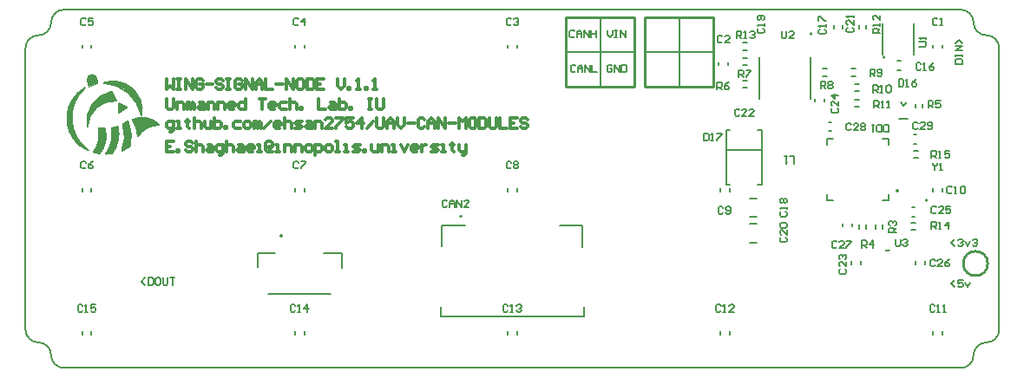
<source format=gto>
G04*
G04 #@! TF.GenerationSoftware,Altium Limited,Altium Designer,21.4.1 (30)*
G04*
G04 Layer_Color=65535*
%FSLAX25Y25*%
%MOIN*%
G70*
G04*
G04 #@! TF.SameCoordinates,0925FAD0-936D-4726-9005-38EE8A2EBB20*
G04*
G04*
G04 #@! TF.FilePolarity,Positive*
G04*
G01*
G75*
%ADD10C,0.00787*%
%ADD11C,0.00500*%
%ADD12C,0.00039*%
%ADD13C,0.01000*%
%ADD14C,0.00600*%
%ADD15C,0.00000*%
%ADD16C,0.00591*%
%ADD17C,0.01181*%
G36*
X36533Y122465D02*
X37128Y121894D01*
X37452Y121135D01*
Y120723D01*
X37452Y120722D01*
Y120722D01*
X37451Y120682D01*
X37436Y119174D01*
X37436Y119170D01*
X37434Y119164D01*
X37430Y119159D01*
X37425Y119155D01*
X37422Y119154D01*
X37422D01*
X33944Y117987D01*
X33940Y117986D01*
X33931Y117987D01*
X33923Y117991D01*
X33917Y117999D01*
X33917Y118003D01*
X33447Y120538D01*
X33442Y120537D01*
X33433Y120538D01*
X33425Y120544D01*
X33420Y120552D01*
X33420Y120557D01*
X33386Y120968D01*
X33646Y121751D01*
X34192Y122369D01*
X34937Y122723D01*
X35761Y122757D01*
X36533Y122465D01*
D02*
G37*
G36*
X37452Y120717D02*
X37452Y120707D01*
X37451Y120697D01*
X37451Y120687D01*
X37451Y120682D01*
Y120682D01*
X37452Y120722D01*
Y120717D01*
D02*
G37*
G36*
X44693Y119993D02*
X46593Y119615D01*
X48399Y118915D01*
X50058Y117914D01*
X51519Y116643D01*
X52740Y115138D01*
X53682Y113446D01*
X54319Y111616D01*
X54631Y109704D01*
X54609Y107767D01*
X54431Y106815D01*
X54242Y107657D01*
X53726Y109303D01*
X53033Y110882D01*
X52170Y112376D01*
X51148Y113766D01*
X49979Y115034D01*
X48678Y116166D01*
X47260Y117149D01*
X45742Y117969D01*
X44144Y118618D01*
X42484Y119086D01*
X40782Y119369D01*
X39922Y119440D01*
X39922Y119440D01*
X39922Y119440D01*
X39922D01*
X40841Y119748D01*
X42756Y120038D01*
X44693Y119993D01*
D02*
G37*
G36*
X43066Y115615D02*
X43420Y114692D01*
X43880Y113818D01*
X44439Y113003D01*
X44754Y112621D01*
X44059Y112638D01*
X42673Y112534D01*
X41313Y112247D01*
X40002Y111784D01*
X38765Y111151D01*
X37622Y110360D01*
X36593Y109425D01*
X35697Y108362D01*
X34950Y107190D01*
X34364Y105930D01*
X33950Y104603D01*
X33715Y103233D01*
X33666Y102540D01*
X33666Y102540D01*
X33666D01*
Y102540D01*
X33531Y103287D01*
X33458Y104803D01*
X33580Y106317D01*
X33898Y107801D01*
X34405Y109233D01*
X35093Y110586D01*
X35950Y111840D01*
X36961Y112972D01*
X38111Y113964D01*
X39379Y114799D01*
X40745Y115463D01*
X42184Y115945D01*
X42929Y116091D01*
X42929Y116091D01*
X43066Y115615D01*
D02*
G37*
G36*
X44754Y112621D02*
X44754D01*
D01*
X44754D01*
D02*
G37*
G36*
X45796Y111617D02*
X46135Y111356D01*
X46850Y110888D01*
X47609Y110494D01*
X48404Y110179D01*
X48812Y110053D01*
X45796Y107853D01*
Y111617D01*
X45796Y111617D01*
X45796D01*
Y111617D01*
D02*
G37*
G36*
X49234Y104768D02*
X49688Y103608D01*
X50255Y101182D01*
X50469Y98700D01*
X50326Y96212D01*
X50077Y94992D01*
X49705Y94742D01*
X48934Y94282D01*
X48139Y93864D01*
X47324Y93489D01*
X46907Y93323D01*
X47152Y93927D01*
X47557Y95167D01*
X47846Y96439D01*
X48015Y97733D01*
X48065Y99036D01*
X47994Y100339D01*
X47803Y101629D01*
X47494Y102896D01*
X47295Y103518D01*
X47295Y103518D01*
X47295Y103518D01*
D01*
X47549Y103657D01*
X48046Y103950D01*
X48531Y104262D01*
X49003Y104595D01*
X49234Y104768D01*
Y104768D01*
D02*
G37*
G36*
X37930Y102082D02*
D01*
Y102082D01*
Y102082D01*
D02*
G37*
G36*
X55744Y106074D02*
X57130Y105804D01*
X58458Y105324D01*
X59696Y104645D01*
X60814Y103784D01*
X61301Y103273D01*
X60688Y103273D01*
X59470Y103151D01*
X58277Y102872D01*
X57132Y102438D01*
X56053Y101858D01*
X55060Y101142D01*
X54169Y100302D01*
X53395Y99352D01*
X53057Y98841D01*
X53057D01*
X53007Y99702D01*
X52715Y101399D01*
X52176Y103034D01*
X51399Y104572D01*
X50928Y105293D01*
Y105293D01*
X51571Y105585D01*
X52931Y105963D01*
X54333Y106127D01*
X55744Y106074D01*
D02*
G37*
G36*
X31920Y116751D02*
X30437Y114978D01*
X29236Y113002D01*
X28345Y110869D01*
X27784Y108626D01*
X27566Y106324D01*
X27695Y104016D01*
X28169Y101753D01*
X28977Y99587D01*
X30100Y97566D01*
X31514Y95737D01*
X33185Y94140D01*
X34106Y93441D01*
X33656Y93629D01*
X32779Y94058D01*
X31928Y94537D01*
X31106Y95063D01*
X30711Y95350D01*
X29872Y96051D01*
X28442Y97704D01*
X27294Y99566D01*
X26461Y101587D01*
X25962Y103716D01*
X25811Y105897D01*
X26011Y108075D01*
X26559Y110192D01*
X27438Y112194D01*
X28627Y114029D01*
X30095Y115649D01*
X31804Y117013D01*
X32757Y117549D01*
X32757D01*
X31920Y116751D01*
D02*
G37*
G36*
X38231Y102028D02*
X38837Y101940D01*
X39446Y101878D01*
X40058Y101843D01*
X40364Y101835D01*
X40537Y101223D01*
X40731Y99966D01*
X40773Y98695D01*
X40659Y97429D01*
X40393Y96185D01*
X39978Y94983D01*
X39420Y93840D01*
X38728Y92773D01*
X38319Y92286D01*
Y92286D01*
X38025Y92327D01*
X37440Y92429D01*
X36860Y92552D01*
X36283Y92695D01*
X35998Y92777D01*
Y92777D01*
X36357Y93275D01*
X36989Y94328D01*
X37500Y95444D01*
X37883Y96611D01*
X38132Y97814D01*
X38246Y99037D01*
X38222Y100264D01*
X38061Y101482D01*
X37930Y102082D01*
X38231Y102028D01*
D02*
G37*
G36*
X45337Y102652D02*
X45337D01*
X45481Y101987D01*
X45628Y100634D01*
X45633Y99274D01*
X45496Y97919D01*
X45218Y96587D01*
X44802Y95292D01*
X44252Y94046D01*
X43575Y92866D01*
X43177Y92314D01*
X42871Y92268D01*
X42254Y92198D01*
X41636Y92150D01*
X41016Y92126D01*
X40706Y92125D01*
X41085Y92658D01*
X41757Y93780D01*
X42307Y94966D01*
X42729Y96204D01*
X43019Y97480D01*
X43172Y98779D01*
X43188Y100086D01*
X43066Y101389D01*
X42954Y102033D01*
X43257Y102088D01*
X43860Y102217D01*
X44456Y102372D01*
X45045Y102552D01*
X45337Y102652D01*
X45337Y102652D01*
D02*
G37*
%LPC*%
G36*
X37452Y120723D02*
X37452Y120723D01*
Y120723D01*
Y120722D01*
Y120722D01*
Y120722D01*
X37452Y120723D01*
D02*
G37*
%LPD*%
D10*
X108465Y60606D02*
G03*
X108465Y60606I-394J0D01*
G01*
X177437Y68110D02*
G03*
X177437Y68110I-394J0D01*
G01*
X339922Y129307D02*
G03*
X339922Y129307I-394J0D01*
G01*
X311878Y138305D02*
G03*
X311878Y138305I-394J0D01*
G01*
X369173Y9843D02*
G03*
X374016Y14685I0J4843D01*
G01*
X383858Y132795D02*
G03*
X378858Y137795I-5000J0D01*
G01*
X374016Y142638D02*
G03*
X369016Y147638I-5000J0D01*
G01*
X9843Y24685D02*
G03*
X14842Y19685I5000J0D01*
G01*
X374016Y142638D02*
G03*
X378858Y137795I4843J0D01*
G01*
X24685Y147638D02*
G03*
X19685Y142638I0J-5000D01*
G01*
X379016Y19685D02*
G03*
X374016Y14685I0J-5000D01*
G01*
X14842Y137795D02*
G03*
X19685Y142638I0J4843D01*
G01*
Y14842D02*
G03*
X14842Y19685I-4843J0D01*
G01*
X379016D02*
G03*
X383858Y24528I0J4843D01*
G01*
X19685Y14842D02*
G03*
X24685Y9843I5000J0D01*
G01*
X14842Y137795D02*
G03*
X9843Y132795I0J-5000D01*
G01*
X230602Y118110D02*
Y144669D01*
X217323Y131390D02*
X243882D01*
X247638D02*
X274197D01*
X260917Y118110D02*
Y144669D01*
X332874Y63423D02*
Y64998D01*
X330118Y63423D02*
Y64998D01*
X332874Y140157D02*
Y141732D01*
X330118Y140157D02*
Y141732D01*
X336386Y63423D02*
Y64998D01*
X339142Y63423D02*
Y64998D01*
X350048Y63030D02*
X351622D01*
X350048Y65785D02*
X351622D01*
X341386Y74250D02*
Y76612D01*
X339024Y74250D02*
X341386D01*
X317764D02*
X320126D01*
X317764D02*
Y76612D01*
X341386Y95510D02*
Y97872D01*
X339024D02*
X341386D01*
X317764D02*
X320126D01*
X317764Y95510D02*
Y97872D01*
X327213Y122085D02*
X328788D01*
X327213Y124841D02*
X328788D01*
X316189Y122085D02*
X317764D01*
X316189Y124841D02*
X317764D01*
X351229Y90589D02*
X352803D01*
X351229Y93344D02*
X352803D01*
X351819Y109880D02*
Y111455D01*
X354575Y109880D02*
Y111455D01*
X347193Y110569D02*
X348522Y111898D01*
X345914Y111848D02*
X347193Y110569D01*
X345422Y105549D02*
X348670D01*
X328394Y113030D02*
X329969D01*
X328394Y110274D02*
X329969D01*
X328394Y116179D02*
X329969D01*
X328394Y118935D02*
X329969D01*
X285481Y128974D02*
X287055D01*
X285481Y126218D02*
X287055D01*
X285481Y134880D02*
X287055D01*
X285481Y132124D02*
X287055D01*
X285433Y117520D02*
X287008D01*
X285433Y120276D02*
X287008D01*
X383858Y24528D02*
Y132795D01*
X24685Y147638D02*
X369016D01*
X9843Y24685D02*
Y132795D01*
X24685Y9843D02*
X369055D01*
X55708Y41732D02*
X54331Y43110D01*
X55708Y44487D01*
X57086D02*
Y41732D01*
X58463D01*
X58922Y42191D01*
Y44028D01*
X58463Y44487D01*
X57086D01*
X61218D02*
X60300D01*
X59841Y44028D01*
Y42191D01*
X60300Y41732D01*
X61218D01*
X61677Y42191D01*
Y44028D01*
X61218Y44487D01*
X62596D02*
Y42191D01*
X63055Y41732D01*
X63973D01*
X64432Y42191D01*
Y44487D01*
X65351D02*
X67188D01*
X66269D01*
Y41732D01*
X366732Y40945D02*
X365354Y42322D01*
X366732Y43700D01*
X369946D02*
X368109D01*
Y42322D01*
X369028Y42782D01*
X369487D01*
X369946Y42322D01*
Y41404D01*
X369487Y40945D01*
X368568D01*
X368109Y41404D01*
X370864Y42782D02*
X371783Y40945D01*
X372701Y42782D01*
X366732Y56693D02*
X365354Y58070D01*
X366732Y59448D01*
X368109Y58989D02*
X368568Y59448D01*
X369487D01*
X369946Y58989D01*
Y58530D01*
X369487Y58070D01*
X369028D01*
X369487D01*
X369946Y57611D01*
Y57152D01*
X369487Y56693D01*
X368568D01*
X368109Y57152D01*
X370864Y58530D02*
X371783Y56693D01*
X372701Y58530D01*
X373619Y58989D02*
X374079Y59448D01*
X374997D01*
X375456Y58989D01*
Y58530D01*
X374997Y58070D01*
X374538D01*
X374997D01*
X375456Y57611D01*
Y57152D01*
X374997Y56693D01*
X374079D01*
X373619Y57152D01*
X366930Y126772D02*
X369685D01*
Y128149D01*
X369226Y128608D01*
X367389D01*
X366930Y128149D01*
Y126772D01*
Y129527D02*
Y130445D01*
Y129986D01*
X369685D01*
Y129527D01*
Y130445D01*
Y131823D02*
X366930D01*
X369685Y133659D01*
X366930D01*
X369685Y134578D02*
X368307Y135955D01*
X366930Y134578D01*
X235236Y125918D02*
X234777Y126377D01*
X233858D01*
X233399Y125918D01*
Y124081D01*
X233858Y123622D01*
X234777D01*
X235236Y124081D01*
Y125000D01*
X234317D01*
X236154Y123622D02*
Y126377D01*
X237991Y123622D01*
Y126377D01*
X238909D02*
Y123622D01*
X240287D01*
X240746Y124081D01*
Y125918D01*
X240287Y126377D01*
X238909D01*
X233465Y139763D02*
Y137926D01*
X234383Y137008D01*
X235301Y137926D01*
Y139763D01*
X236220D02*
X237138D01*
X236679D01*
Y137008D01*
X236220D01*
X237138D01*
X238515D02*
Y139763D01*
X240352Y137008D01*
Y139763D01*
X221128Y125918D02*
X220669Y126377D01*
X219750D01*
X219291Y125918D01*
Y124081D01*
X219750Y123622D01*
X220669D01*
X221128Y124081D01*
X222046Y123622D02*
Y125459D01*
X222965Y126377D01*
X223883Y125459D01*
Y123622D01*
Y125000D01*
X222046D01*
X224801Y123622D02*
Y126377D01*
X226638Y123622D01*
Y126377D01*
X227556D02*
Y123622D01*
X229393D01*
X220734Y139304D02*
X220275Y139763D01*
X219357D01*
X218898Y139304D01*
Y137467D01*
X219357Y137008D01*
X220275D01*
X220734Y137467D01*
X221653Y137008D02*
Y138845D01*
X222571Y139763D01*
X223489Y138845D01*
Y137008D01*
Y138385D01*
X221653D01*
X224408Y137008D02*
Y139763D01*
X226244Y137008D01*
Y139763D01*
X227163D02*
Y137008D01*
Y138385D01*
X228999D01*
Y139763D01*
Y137008D01*
X171837Y73996D02*
X171378Y74455D01*
X170459D01*
X170000Y73996D01*
Y72159D01*
X170459Y71700D01*
X171378D01*
X171837Y72159D01*
X172755Y71700D02*
Y73537D01*
X173673Y74455D01*
X174592Y73537D01*
Y71700D01*
Y73077D01*
X172755D01*
X175510Y71700D02*
Y74455D01*
X177347Y71700D01*
Y74455D01*
X180102Y71700D02*
X178265D01*
X180102Y73537D01*
Y73996D01*
X179643Y74455D01*
X178724D01*
X178265Y73996D01*
X331169Y56103D02*
Y58858D01*
X332546D01*
X333005Y58399D01*
Y57480D01*
X332546Y57021D01*
X331169D01*
X332087D02*
X333005Y56103D01*
X335301D02*
Y58858D01*
X333924Y57480D01*
X335760D01*
X344291Y61877D02*
X341536D01*
Y63255D01*
X341995Y63714D01*
X342913D01*
X343373Y63255D01*
Y61877D01*
Y62796D02*
X344291Y63714D01*
X341995Y64632D02*
X341536Y65092D01*
Y66010D01*
X341995Y66469D01*
X342454D01*
X342913Y66010D01*
Y65551D01*
Y66010D01*
X343373Y66469D01*
X343832D01*
X344291Y66010D01*
Y65092D01*
X343832Y64632D01*
X365716Y79265D02*
X365257Y79724D01*
X364338D01*
X363879Y79265D01*
Y77428D01*
X364338Y76969D01*
X365257D01*
X365716Y77428D01*
X366634Y76969D02*
X367552D01*
X367093D01*
Y79724D01*
X366634Y79265D01*
X368930D02*
X369389Y79724D01*
X370307D01*
X370767Y79265D01*
Y77428D01*
X370307Y76969D01*
X369389D01*
X368930Y77428D01*
Y79265D01*
X277887Y71391D02*
X277428Y71850D01*
X276510D01*
X276051Y71391D01*
Y69554D01*
X276510Y69095D01*
X277428D01*
X277887Y69554D01*
X278806D02*
X279265Y69095D01*
X280183D01*
X280642Y69554D01*
Y71391D01*
X280183Y71850D01*
X279265D01*
X278806Y71391D01*
Y70932D01*
X279265Y70472D01*
X280642D01*
X33037Y88796D02*
X32577Y89255D01*
X31659D01*
X31200Y88796D01*
Y86959D01*
X31659Y86500D01*
X32577D01*
X33037Y86959D01*
X35792Y89255D02*
X34873Y88796D01*
X33955Y87878D01*
Y86959D01*
X34414Y86500D01*
X35333D01*
X35792Y86959D01*
Y87418D01*
X35333Y87878D01*
X33955D01*
X33037Y143896D02*
X32577Y144355D01*
X31659D01*
X31200Y143896D01*
Y142059D01*
X31659Y141600D01*
X32577D01*
X33037Y142059D01*
X35792Y144355D02*
X33955D01*
Y142977D01*
X34873Y143437D01*
X35333D01*
X35792Y142977D01*
Y142059D01*
X35333Y141600D01*
X34414D01*
X33955Y142059D01*
X114737Y143896D02*
X114278Y144355D01*
X113359D01*
X112900Y143896D01*
Y142059D01*
X113359Y141600D01*
X114278D01*
X114737Y142059D01*
X117033Y141600D02*
Y144355D01*
X115655Y142977D01*
X117492D01*
X196437Y143896D02*
X195977Y144355D01*
X195059D01*
X194600Y143896D01*
Y142059D01*
X195059Y141600D01*
X195977D01*
X196437Y142059D01*
X197355Y143896D02*
X197814Y144355D01*
X198732D01*
X199192Y143896D01*
Y143437D01*
X198732Y142977D01*
X198273D01*
X198732D01*
X199192Y142518D01*
Y142059D01*
X198732Y141600D01*
X197814D01*
X197355Y142059D01*
X31837Y33696D02*
X31378Y34155D01*
X30459D01*
X30000Y33696D01*
Y31859D01*
X30459Y31400D01*
X31378D01*
X31837Y31859D01*
X32755Y31400D02*
X33673D01*
X33214D01*
Y34155D01*
X32755Y33696D01*
X36887Y34155D02*
X35051D01*
Y32778D01*
X35969Y33237D01*
X36428D01*
X36887Y32778D01*
Y31859D01*
X36428Y31400D01*
X35510D01*
X35051Y31859D01*
X113537Y33696D02*
X113077Y34155D01*
X112159D01*
X111700Y33696D01*
Y31859D01*
X112159Y31400D01*
X113077D01*
X113537Y31859D01*
X114455Y31400D02*
X115373D01*
X114914D01*
Y34155D01*
X114455Y33696D01*
X118128Y31400D02*
Y34155D01*
X116751Y32778D01*
X118588D01*
X195237Y33696D02*
X194778Y34155D01*
X193859D01*
X193400Y33696D01*
Y31859D01*
X193859Y31400D01*
X194778D01*
X195237Y31859D01*
X196155Y31400D02*
X197073D01*
X196614D01*
Y34155D01*
X196155Y33696D01*
X198451D02*
X198910Y34155D01*
X199828D01*
X200288Y33696D01*
Y33237D01*
X199828Y32778D01*
X199369D01*
X199828D01*
X200288Y32318D01*
Y31859D01*
X199828Y31400D01*
X198910D01*
X198451Y31859D01*
X276937Y33696D02*
X276478Y34155D01*
X275559D01*
X275100Y33696D01*
Y31859D01*
X275559Y31400D01*
X276478D01*
X276937Y31859D01*
X277855Y31400D02*
X278773D01*
X278314D01*
Y34155D01*
X277855Y33696D01*
X281988Y31400D02*
X280151D01*
X281988Y33237D01*
Y33696D01*
X281528Y34155D01*
X280610D01*
X280151Y33696D01*
X359137D02*
X358678Y34155D01*
X357759D01*
X357300Y33696D01*
Y31859D01*
X357759Y31400D01*
X358678D01*
X359137Y31859D01*
X360055Y31400D02*
X360973D01*
X360514D01*
Y34155D01*
X360055Y33696D01*
X362351Y31400D02*
X363269D01*
X362810D01*
Y34155D01*
X362351Y33696D01*
X196437Y88796D02*
X195977Y89255D01*
X195059D01*
X194600Y88796D01*
Y86959D01*
X195059Y86500D01*
X195977D01*
X196437Y86959D01*
X197355Y88796D02*
X197814Y89255D01*
X198732D01*
X199192Y88796D01*
Y88337D01*
X198732Y87878D01*
X199192Y87418D01*
Y86959D01*
X198732Y86500D01*
X197814D01*
X197355Y86959D01*
Y87418D01*
X197814Y87878D01*
X197355Y88337D01*
Y88796D01*
X197814Y87878D02*
X198732D01*
X114737Y88796D02*
X114278Y89255D01*
X113359D01*
X112900Y88796D01*
Y86959D01*
X113359Y86500D01*
X114278D01*
X114737Y86959D01*
X115655Y89255D02*
X117492D01*
Y88796D01*
X115655Y86959D01*
Y86500D01*
X277537Y137196D02*
X277078Y137655D01*
X276159D01*
X275700Y137196D01*
Y135359D01*
X276159Y134900D01*
X277078D01*
X277537Y135359D01*
X280292Y134900D02*
X278455D01*
X280292Y136737D01*
Y137196D01*
X279833Y137655D01*
X278914D01*
X278455Y137196D01*
X360237Y143896D02*
X359777Y144355D01*
X358859D01*
X358400Y143896D01*
Y142059D01*
X358859Y141600D01*
X359777D01*
X360237Y142059D01*
X361155Y141600D02*
X362073D01*
X361614D01*
Y144355D01*
X361155Y143896D01*
X357874Y90551D02*
Y93306D01*
X359251D01*
X359711Y92847D01*
Y91929D01*
X359251Y91470D01*
X357874D01*
X358792D02*
X359711Y90551D01*
X360629D02*
X361547D01*
X361088D01*
Y93306D01*
X360629Y92847D01*
X364762Y93306D02*
X362925D01*
Y91929D01*
X363843Y92388D01*
X364302D01*
X364762Y91929D01*
Y91010D01*
X364302Y90551D01*
X363384D01*
X362925Y91010D01*
X338189Y138583D02*
X335434D01*
Y139960D01*
X335893Y140419D01*
X336811D01*
X337271Y139960D01*
Y138583D01*
Y139501D02*
X338189Y140419D01*
Y141338D02*
Y142256D01*
Y141797D01*
X335434D01*
X335893Y141338D01*
X338189Y145470D02*
Y143633D01*
X336352Y145470D01*
X335893D01*
X335434Y145011D01*
Y144093D01*
X335893Y143633D01*
X356693Y109843D02*
Y112598D01*
X358070D01*
X358530Y112138D01*
Y111220D01*
X358070Y110761D01*
X356693D01*
X357611D02*
X358530Y109843D01*
X361285Y112598D02*
X359448D01*
Y111220D01*
X360366Y111679D01*
X360825D01*
X361285Y111220D01*
Y110302D01*
X360825Y109843D01*
X359907D01*
X359448Y110302D01*
X284120Y108989D02*
X283661Y109448D01*
X282743D01*
X282283Y108989D01*
Y107152D01*
X282743Y106693D01*
X283661D01*
X284120Y107152D01*
X286875Y106693D02*
X285038D01*
X286875Y108530D01*
Y108989D01*
X286416Y109448D01*
X285498D01*
X285038Y108989D01*
X289630Y106693D02*
X287793D01*
X289630Y108530D01*
Y108989D01*
X289171Y109448D01*
X288253D01*
X287793Y108989D01*
X275543Y116892D02*
Y119647D01*
X276921D01*
X277380Y119188D01*
Y118269D01*
X276921Y117810D01*
X275543D01*
X276461D02*
X277380Y116892D01*
X280135Y119647D02*
X279216Y119188D01*
X278298Y118269D01*
Y117351D01*
X278757Y116892D01*
X279676D01*
X280135Y117351D01*
Y117810D01*
X279676Y118269D01*
X278298D01*
X283071Y136614D02*
Y139369D01*
X284448D01*
X284908Y138910D01*
Y137992D01*
X284448Y137532D01*
X283071D01*
X283989D02*
X284908Y136614D01*
X285826D02*
X286744D01*
X286285D01*
Y139369D01*
X285826Y138910D01*
X288122D02*
X288581Y139369D01*
X289499D01*
X289958Y138910D01*
Y138451D01*
X289499Y137992D01*
X289040D01*
X289499D01*
X289958Y137532D01*
Y137073D01*
X289499Y136614D01*
X288581D01*
X288122Y137073D01*
X283858Y121653D02*
Y124409D01*
X285236D01*
X285695Y123949D01*
Y123031D01*
X285236Y122572D01*
X283858D01*
X284777D02*
X285695Y121653D01*
X286613Y124409D02*
X288450D01*
Y123949D01*
X286613Y122113D01*
Y121653D01*
X358268Y88582D02*
Y88123D01*
X359186Y87204D01*
X360104Y88123D01*
Y88582D01*
X359186Y87204D02*
Y85827D01*
X361023D02*
X361941D01*
X361482D01*
Y88582D01*
X361023Y88123D01*
X344094Y59448D02*
Y57152D01*
X344554Y56693D01*
X345472D01*
X345931Y57152D01*
Y59448D01*
X346849Y58989D02*
X347309Y59448D01*
X348227D01*
X348686Y58989D01*
Y58530D01*
X348227Y58070D01*
X347768D01*
X348227D01*
X348686Y57611D01*
Y57152D01*
X348227Y56693D01*
X347309D01*
X346849Y57152D01*
X270472Y99999D02*
Y97244D01*
X271850D01*
X272309Y97703D01*
Y99540D01*
X271850Y99999D01*
X270472D01*
X273228Y97244D02*
X274146D01*
X273687D01*
Y99999D01*
X273228Y99540D01*
X275523Y99999D02*
X277360D01*
Y99540D01*
X275523Y97703D01*
Y97244D01*
X357874Y63386D02*
Y66141D01*
X359251D01*
X359711Y65682D01*
Y64763D01*
X359251Y64304D01*
X357874D01*
X358792D02*
X359711Y63386D01*
X360629D02*
X361547D01*
X361088D01*
Y66141D01*
X360629Y65682D01*
X364302Y63386D02*
Y66141D01*
X362925Y64763D01*
X364762D01*
X345276Y120865D02*
Y118110D01*
X346653D01*
X347112Y118569D01*
Y120406D01*
X346653Y120865D01*
X345276D01*
X348031Y118110D02*
X348949D01*
X348490D01*
Y120865D01*
X348031Y120406D01*
X352163Y120865D02*
X351245Y120406D01*
X350326Y119488D01*
Y118569D01*
X350786Y118110D01*
X351704D01*
X352163Y118569D01*
Y119029D01*
X351704Y119488D01*
X350326D01*
X300066Y69947D02*
X299607Y69488D01*
Y68569D01*
X300066Y68110D01*
X301903D01*
X302362Y68569D01*
Y69488D01*
X301903Y69947D01*
X302362Y70865D02*
Y71784D01*
Y71324D01*
X299607D01*
X300066Y70865D01*
Y73161D02*
X299607Y73620D01*
Y74539D01*
X300066Y74998D01*
X300525D01*
X300985Y74539D01*
X301444Y74998D01*
X301903D01*
X302362Y74539D01*
Y73620D01*
X301903Y73161D01*
X301444D01*
X300985Y73620D01*
X300525Y73161D01*
X300066D01*
X300985Y73620D02*
Y74539D01*
X300066Y60104D02*
X299607Y59645D01*
Y58727D01*
X300066Y58268D01*
X301903D01*
X302362Y58727D01*
Y59645D01*
X301903Y60104D01*
X302362Y62859D02*
Y61023D01*
X300525Y62859D01*
X300066D01*
X299607Y62400D01*
Y61482D01*
X300066Y61023D01*
Y63778D02*
X299607Y64237D01*
Y65155D01*
X300066Y65614D01*
X301903D01*
X302362Y65155D01*
Y64237D01*
X301903Y63778D01*
X300066D01*
X291405Y140419D02*
X290946Y139960D01*
Y139042D01*
X291405Y138583D01*
X293242D01*
X293701Y139042D01*
Y139960D01*
X293242Y140419D01*
X293701Y141338D02*
Y142256D01*
Y141797D01*
X290946D01*
X291405Y141338D01*
X293242Y143633D02*
X293701Y144093D01*
Y145011D01*
X293242Y145470D01*
X291405D01*
X290946Y145011D01*
Y144093D01*
X291405Y143633D01*
X291864D01*
X292323Y144093D01*
Y145470D01*
X319751Y109711D02*
X319292Y109251D01*
Y108333D01*
X319751Y107874D01*
X321588D01*
X322047Y108333D01*
Y109251D01*
X321588Y109711D01*
X322047Y112466D02*
Y110629D01*
X320211Y112466D01*
X319751D01*
X319292Y112006D01*
Y111088D01*
X319751Y110629D01*
X322047Y114762D02*
X319292D01*
X320670Y113384D01*
Y115221D01*
X359711Y71587D02*
X359251Y72046D01*
X358333D01*
X357874Y71587D01*
Y69750D01*
X358333Y69291D01*
X359251D01*
X359711Y69750D01*
X362466Y69291D02*
X360629D01*
X362466Y71128D01*
Y71587D01*
X362007Y72046D01*
X361088D01*
X360629Y71587D01*
X365221Y72046D02*
X363384D01*
Y70669D01*
X364302Y71128D01*
X364762D01*
X365221Y70669D01*
Y69750D01*
X364762Y69291D01*
X363843D01*
X363384Y69750D01*
X321522Y58201D02*
X321063Y58661D01*
X320144D01*
X319685Y58201D01*
Y56365D01*
X320144Y55905D01*
X321063D01*
X321522Y56365D01*
X324277Y55905D02*
X322440D01*
X324277Y57742D01*
Y58201D01*
X323818Y58661D01*
X322899D01*
X322440Y58201D01*
X325195Y58661D02*
X327032D01*
Y58201D01*
X325195Y56365D01*
Y55905D01*
X327033Y103477D02*
X326574Y103936D01*
X325656D01*
X325197Y103477D01*
Y101640D01*
X325656Y101181D01*
X326574D01*
X327033Y101640D01*
X329788Y101181D02*
X327952D01*
X329788Y103018D01*
Y103477D01*
X329329Y103936D01*
X328411D01*
X327952Y103477D01*
X330707D02*
X331166Y103936D01*
X332084D01*
X332544Y103477D01*
Y103018D01*
X332084Y102559D01*
X332544Y102099D01*
Y101640D01*
X332084Y101181D01*
X331166D01*
X330707Y101640D01*
Y102099D01*
X331166Y102559D01*
X330707Y103018D01*
Y103477D01*
X331166Y102559D02*
X332084D01*
X352624Y103871D02*
X352165Y104330D01*
X351247D01*
X350787Y103871D01*
Y102034D01*
X351247Y101575D01*
X352165D01*
X352624Y102034D01*
X355379Y101575D02*
X353542D01*
X355379Y103411D01*
Y103871D01*
X354920Y104330D01*
X354002D01*
X353542Y103871D01*
X356297Y102034D02*
X356757Y101575D01*
X357675D01*
X358134Y102034D01*
Y103871D01*
X357675Y104330D01*
X356757D01*
X356297Y103871D01*
Y103411D01*
X356757Y102952D01*
X358134D01*
X322901Y47900D02*
X322442Y47440D01*
Y46522D01*
X322901Y46063D01*
X324738D01*
X325197Y46522D01*
Y47440D01*
X324738Y47900D01*
X325197Y50655D02*
Y48818D01*
X323360Y50655D01*
X322901D01*
X322442Y50195D01*
Y49277D01*
X322901Y48818D01*
Y51573D02*
X322442Y52032D01*
Y52951D01*
X322901Y53410D01*
X323360D01*
X323819Y52951D01*
Y52491D01*
Y52951D01*
X324278Y53410D01*
X324738D01*
X325197Y52951D01*
Y52032D01*
X324738Y51573D01*
X359317Y51115D02*
X358858Y51574D01*
X357940D01*
X357480Y51115D01*
Y49278D01*
X357940Y48819D01*
X358858D01*
X359317Y49278D01*
X362072Y48819D02*
X360235D01*
X362072Y50656D01*
Y51115D01*
X361613Y51574D01*
X360695D01*
X360235Y51115D01*
X364827Y51574D02*
X363909Y51115D01*
X362990Y50196D01*
Y49278D01*
X363450Y48819D01*
X364368D01*
X364827Y49278D01*
Y49737D01*
X364368Y50196D01*
X362990D01*
X353805Y126705D02*
X353346Y127164D01*
X352428D01*
X351969Y126705D01*
Y124869D01*
X352428Y124409D01*
X353346D01*
X353805Y124869D01*
X354724Y124409D02*
X355642D01*
X355183D01*
Y127164D01*
X354724Y126705D01*
X358856Y127164D02*
X357938Y126705D01*
X357019Y125787D01*
Y124869D01*
X357478Y124409D01*
X358397D01*
X358856Y124869D01*
Y125328D01*
X358397Y125787D01*
X357019D01*
X300394Y139369D02*
Y137073D01*
X300853Y136614D01*
X301771D01*
X302230Y137073D01*
Y139369D01*
X304985Y136614D02*
X303149D01*
X304985Y138451D01*
Y138910D01*
X304526Y139369D01*
X303608D01*
X303149Y138910D01*
X315027Y140026D02*
X314568Y139567D01*
Y138648D01*
X315027Y138189D01*
X316864D01*
X317323Y138648D01*
Y139567D01*
X316864Y140026D01*
X317323Y140944D02*
Y141862D01*
Y141403D01*
X314568D01*
X315027Y140944D01*
X314568Y143240D02*
Y145077D01*
X315027D01*
X316864Y143240D01*
X317323D01*
X341386Y100629D02*
Y103384D01*
X340009D01*
X339549Y102925D01*
Y101088D01*
X340009Y100629D01*
X341386D01*
X338631D02*
Y103384D01*
X337254D01*
X336794Y102925D01*
Y101088D01*
X337254Y100629D01*
X338631D01*
X335876Y103384D02*
X334958D01*
X335417D01*
Y100629D01*
X335876Y101088D01*
X305166Y88424D02*
Y91179D01*
X303329D01*
X302411D02*
X301492D01*
X301952D01*
Y88424D01*
X302411Y88883D01*
X325657Y140813D02*
X325198Y140354D01*
Y139436D01*
X325657Y138976D01*
X327494D01*
X327953Y139436D01*
Y140354D01*
X327494Y140813D01*
X327953Y143568D02*
Y141731D01*
X326116Y143568D01*
X325657D01*
X325198Y143109D01*
Y142191D01*
X325657Y141731D01*
X327953Y144486D02*
Y145405D01*
Y144946D01*
X325198D01*
X325657Y144486D01*
X353151Y133465D02*
X355446D01*
X355906Y133924D01*
Y134842D01*
X355446Y135301D01*
X353151D01*
X355906Y136220D02*
Y137138D01*
Y136679D01*
X353151D01*
X353610Y136220D01*
X315354Y117323D02*
Y120078D01*
X316732D01*
X317191Y119619D01*
Y118700D01*
X316732Y118241D01*
X315354D01*
X316273D02*
X317191Y117323D01*
X318109Y119619D02*
X318568Y120078D01*
X319487D01*
X319946Y119619D01*
Y119159D01*
X319487Y118700D01*
X319946Y118241D01*
Y117782D01*
X319487Y117323D01*
X318568D01*
X318109Y117782D01*
Y118241D01*
X318568Y118700D01*
X318109Y119159D01*
Y119619D01*
X318568Y118700D02*
X319487D01*
X334252Y122047D02*
Y124802D01*
X335630D01*
X336089Y124343D01*
Y123425D01*
X335630Y122966D01*
X334252D01*
X335170D02*
X336089Y122047D01*
X337007Y122506D02*
X337466Y122047D01*
X338385D01*
X338844Y122506D01*
Y124343D01*
X338385Y124802D01*
X337466D01*
X337007Y124343D01*
Y123884D01*
X337466Y123425D01*
X338844D01*
X335433Y115748D02*
Y118503D01*
X336811D01*
X337270Y118044D01*
Y117125D01*
X336811Y116666D01*
X335433D01*
X336351D02*
X337270Y115748D01*
X338188D02*
X339106D01*
X338647D01*
Y118503D01*
X338188Y118044D01*
X340484D02*
X340943Y118503D01*
X341862D01*
X342321Y118044D01*
Y116207D01*
X341862Y115748D01*
X340943D01*
X340484Y116207D01*
Y118044D01*
X335827Y109843D02*
Y112598D01*
X337204D01*
X337664Y112138D01*
Y111220D01*
X337204Y110761D01*
X335827D01*
X336745D02*
X337664Y109843D01*
X338582D02*
X339500D01*
X339041D01*
Y112598D01*
X338582Y112138D01*
X340878Y109843D02*
X341796D01*
X341337D01*
Y112598D01*
X340878Y112138D01*
D11*
X61301Y103273D02*
G03*
X53057Y98841I-301J-9324D01*
G01*
X53057Y98841D02*
G03*
X50928Y105293I-11588J-247D01*
G01*
X61301Y103273D02*
G03*
X50928Y105293I-6607J-6285D01*
G01*
X47295Y103518D02*
G03*
X49234Y104768I-6717J12550D01*
G01*
X42929Y116091D02*
G03*
X44754Y112621I8183J2088D01*
G01*
X32757Y117549D02*
G03*
X34106Y93441I10183J-11522D01*
G01*
X32757Y117549D02*
G03*
X30711Y95350I6644J-11806D01*
G01*
X44754Y112621D02*
G03*
X33666Y102540I-604J-10473D01*
G01*
X42929Y116091D02*
G03*
X33666Y102540I2247J-11478D01*
G01*
X45796Y111617D02*
G03*
X48812Y110053I5317J6562D01*
G01*
X54431Y106815D02*
G03*
X39922Y119440I-15364J-3006D01*
G01*
X54431Y106815D02*
G03*
X39922Y119440I-10965J2049D01*
G01*
X40706Y92125D02*
G03*
X42954Y102033I-9916J7459D01*
G01*
X46907Y93323D02*
G03*
X50077Y94992I-6256J15731D01*
G01*
D02*
G03*
X49234Y104768I-16992J3459D01*
G01*
X37930Y102082D02*
G03*
X40364Y101835I2648J13986D01*
G01*
X42954Y102033D02*
G03*
X45337Y102652I-2376J14035D01*
G01*
X35998Y92777D02*
G03*
X37930Y102082I-8712J6662D01*
G01*
X43177Y92314D02*
G03*
X45337Y102652I-10515J7591D01*
G01*
X46907Y93323D02*
G03*
X47295Y103518I-12942J5598D01*
G01*
X35998Y92777D02*
G03*
X38319Y92286I4653J16277D01*
G01*
X30711Y95350D02*
G03*
X34106Y93441I9940J13704D01*
G01*
X38319Y92286D02*
G03*
X40364Y101835I-8009J6708D01*
G01*
X40706Y92125D02*
G03*
X43177Y92314I-55J16929D01*
G01*
X345205Y77959D02*
G03*
X345205Y77959I-500J0D01*
G01*
X98917Y48520D02*
Y54110D01*
X105866D01*
X131398Y48480D02*
Y54110D01*
X124449D02*
X131398D01*
X103189Y38166D02*
X127165D01*
X45796Y107853D02*
Y111617D01*
Y107853D02*
X48812Y110053D01*
X223894Y56299D02*
Y64567D01*
X215036D02*
X223894D01*
X169760Y56496D02*
Y64764D01*
X178618D01*
X169563Y29528D02*
Y33268D01*
X224091Y29528D02*
X224288Y29724D01*
Y33268D01*
X169563Y29528D02*
X224091D01*
X280315Y77802D02*
Y78983D01*
X276772Y77802D02*
Y78983D01*
X362008Y77802D02*
Y78983D01*
X358465Y77802D02*
Y78983D01*
X31693Y22684D02*
Y23865D01*
X35236Y22684D02*
Y23865D01*
X113386Y22684D02*
Y23865D01*
X116929Y22684D02*
Y23865D01*
X358465Y22684D02*
Y23865D01*
X362008Y22684D02*
Y23865D01*
X276772Y22684D02*
Y23865D01*
X280315Y22684D02*
Y23865D01*
X195079Y22684D02*
Y23865D01*
X198622Y22684D02*
Y23865D01*
X344733Y124447D02*
X345914D01*
X344733Y127990D02*
X345914D01*
X350933Y130402D02*
Y142213D01*
X339122Y130402D02*
Y142213D01*
X323819Y140354D02*
Y141535D01*
X320276Y140354D02*
Y141535D01*
X31693Y132920D02*
Y134101D01*
X35236Y132920D02*
Y134101D01*
X279724Y126181D02*
Y127362D01*
X276181Y126181D02*
Y127362D01*
X358465Y132920D02*
Y134101D01*
X362008Y132920D02*
Y134101D01*
X195079Y132920D02*
Y134101D01*
X198622Y132920D02*
Y134101D01*
X113386Y132920D02*
Y134101D01*
X116929Y132920D02*
Y134101D01*
X195079Y77802D02*
Y78983D01*
X198622Y77802D02*
Y78983D01*
X31693Y77802D02*
Y78983D01*
X35236Y77802D02*
Y78983D01*
X113386Y77802D02*
Y78983D01*
X116929Y77802D02*
Y78983D01*
X350244Y71691D02*
X351426D01*
X350244Y68148D02*
X351426D01*
X355363Y49644D02*
Y50825D01*
X351819Y49644D02*
Y50825D01*
X318355Y104368D02*
X319536D01*
X318355Y100825D02*
X319536D01*
X323867Y64211D02*
Y65392D01*
X327410Y64211D02*
Y65392D01*
X313237Y112242D02*
Y113423D01*
X316780Y112242D02*
Y113423D01*
X351032Y99644D02*
X352213D01*
X351032Y96100D02*
X352213D01*
X288000Y58108D02*
X290835D01*
X288000Y65195D02*
X290835D01*
X288000Y67951D02*
X290835D01*
X288000Y75037D02*
X290835D01*
X291682Y113423D02*
Y129171D01*
X311563Y113423D02*
Y129171D01*
X327201Y49644D02*
Y50825D01*
X330744Y49644D02*
Y50825D01*
D12*
X37421Y120525D02*
G03*
X33441Y120559I-1988J198D01*
G01*
X33937Y118007D02*
X37415Y119174D01*
X37431Y120723D01*
X33434D02*
X33937Y118007D01*
D13*
X379503Y50000D02*
G03*
X379503Y50000I-4700J0D01*
G01*
X217323Y118110D02*
X243882D01*
X217323Y144669D02*
X243882D01*
Y118110D02*
Y144669D01*
X217323Y118110D02*
Y144669D01*
X247638Y118110D02*
X274197D01*
X247638Y144669D02*
X274197D01*
Y118110D02*
Y144669D01*
X247638Y118110D02*
Y144669D01*
D14*
X340293Y55035D02*
G03*
X341692Y55035I700J896D01*
G01*
X340293D02*
G03*
X341692Y55035I700J896D01*
G01*
D15*
X356453Y74250D02*
G03*
X356453Y74250I-500J0D01*
G01*
D16*
X278985Y80156D02*
Y93738D01*
Y94329D01*
Y94919D02*
Y101415D01*
X292764Y94919D02*
Y101415D01*
Y94329D02*
Y94919D01*
Y80156D02*
Y93738D01*
X278985D02*
X292764D01*
Y94329D01*
X278985D02*
Y94919D01*
X291189Y80156D02*
X292764D01*
X291189Y101415D02*
X292764D01*
X278985D02*
X280559D01*
X278985Y80156D02*
X280559D01*
D17*
X64173Y120964D02*
Y117029D01*
X65485Y118341D01*
X66797Y117029D01*
Y120964D01*
X68109D02*
X69421D01*
X68765D01*
Y117029D01*
X68109D01*
X69421D01*
X71389D02*
Y120964D01*
X74013Y117029D01*
Y120964D01*
X77948Y120308D02*
X77292Y120964D01*
X75980D01*
X75324Y120308D01*
Y117685D01*
X75980Y117029D01*
X77292D01*
X77948Y117685D01*
Y118997D01*
X76636D01*
X79260D02*
X81884D01*
X85820Y120308D02*
X85164Y120964D01*
X83852D01*
X83196Y120308D01*
Y119652D01*
X83852Y118997D01*
X85164D01*
X85820Y118341D01*
Y117685D01*
X85164Y117029D01*
X83852D01*
X83196Y117685D01*
X87132Y120964D02*
X88444D01*
X87788D01*
Y117029D01*
X87132D01*
X88444D01*
X93035Y120308D02*
X92379Y120964D01*
X91067D01*
X90412Y120308D01*
Y117685D01*
X91067Y117029D01*
X92379D01*
X93035Y117685D01*
Y118997D01*
X91723D01*
X94347Y117029D02*
Y120964D01*
X96971Y117029D01*
Y120964D01*
X98283Y117029D02*
Y119652D01*
X99595Y120964D01*
X100907Y119652D01*
Y117029D01*
Y118997D01*
X98283D01*
X102219Y120964D02*
Y117029D01*
X104842D01*
X106154Y118997D02*
X108778D01*
X110090Y117029D02*
Y120964D01*
X112714Y117029D01*
Y120964D01*
X115994D02*
X114682D01*
X114026Y120308D01*
Y117685D01*
X114682Y117029D01*
X115994D01*
X116650Y117685D01*
Y120308D01*
X115994Y120964D01*
X117962D02*
Y117029D01*
X119930D01*
X120586Y117685D01*
Y120308D01*
X119930Y120964D01*
X117962D01*
X124521D02*
X121897D01*
Y117029D01*
X124521D01*
X121897Y118997D02*
X123209D01*
X129769Y120964D02*
Y118341D01*
X131081Y117029D01*
X132393Y118341D01*
Y120964D01*
X133705Y117029D02*
Y117685D01*
X134361D01*
Y117029D01*
X133705D01*
X136984D02*
X138296D01*
X137640D01*
Y120964D01*
X136984Y120308D01*
X140264Y117029D02*
Y117685D01*
X140920D01*
Y117029D01*
X140264D01*
X143544D02*
X144856D01*
X144200D01*
Y120964D01*
X143544Y120308D01*
X64173Y113407D02*
Y110127D01*
X64829Y109471D01*
X66141D01*
X66797Y110127D01*
Y113407D01*
X68109Y109471D02*
Y112095D01*
X70077D01*
X70733Y111439D01*
Y109471D01*
X72045D02*
Y112095D01*
X72701D01*
X73357Y111439D01*
Y109471D01*
Y111439D01*
X74013Y112095D01*
X74669Y111439D01*
Y109471D01*
X76636Y112095D02*
X77948D01*
X78604Y111439D01*
Y109471D01*
X76636D01*
X75980Y110127D01*
X76636Y110783D01*
X78604D01*
X79916Y109471D02*
Y112095D01*
X81884D01*
X82540Y111439D01*
Y109471D01*
X83852D02*
Y112095D01*
X85820D01*
X86476Y111439D01*
Y109471D01*
X89755D02*
X88444D01*
X87788Y110127D01*
Y111439D01*
X88444Y112095D01*
X89755D01*
X90412Y111439D01*
Y110783D01*
X87788D01*
X94347Y113407D02*
Y109471D01*
X92379D01*
X91723Y110127D01*
Y111439D01*
X92379Y112095D01*
X94347D01*
X99595Y113407D02*
X102219D01*
X100907D01*
Y109471D01*
X105499D02*
X104187D01*
X103531Y110127D01*
Y111439D01*
X104187Y112095D01*
X105499D01*
X106154Y111439D01*
Y110783D01*
X103531D01*
X110090Y112095D02*
X108122D01*
X107466Y111439D01*
Y110127D01*
X108122Y109471D01*
X110090D01*
X111402Y113407D02*
Y109471D01*
Y111439D01*
X112058Y112095D01*
X113370D01*
X114026Y111439D01*
Y109471D01*
X115338D02*
Y110127D01*
X115994D01*
Y109471D01*
X115338D01*
X122553Y113407D02*
Y109471D01*
X125177D01*
X127145Y112095D02*
X128457D01*
X129113Y111439D01*
Y109471D01*
X127145D01*
X126489Y110127D01*
X127145Y110783D01*
X129113D01*
X130425Y113407D02*
Y109471D01*
X132393D01*
X133049Y110127D01*
Y110783D01*
Y111439D01*
X132393Y112095D01*
X130425D01*
X134361Y109471D02*
Y110127D01*
X135017D01*
Y109471D01*
X134361D01*
X141576Y113407D02*
X142888D01*
X142232D01*
Y109471D01*
X141576D01*
X142888D01*
X144856Y113407D02*
Y110127D01*
X145512Y109471D01*
X146824D01*
X147480Y110127D01*
Y113407D01*
X65485Y100602D02*
X66141D01*
X66797Y101258D01*
Y104537D01*
X64829D01*
X64173Y103882D01*
Y102570D01*
X64829Y101914D01*
X66797D01*
X68109D02*
X69421D01*
X68765D01*
Y104537D01*
X68109D01*
X72045Y105193D02*
Y104537D01*
X71389D01*
X72701D01*
X72045D01*
Y102570D01*
X72701Y101914D01*
X74669Y105849D02*
Y101914D01*
Y103882D01*
X75324Y104537D01*
X76636D01*
X77292Y103882D01*
Y101914D01*
X78604Y104537D02*
Y102570D01*
X79260Y101914D01*
X81228D01*
Y104537D01*
X82540Y105849D02*
Y101914D01*
X84508D01*
X85164Y102570D01*
Y103226D01*
Y103882D01*
X84508Y104537D01*
X82540D01*
X86476Y101914D02*
Y102570D01*
X87132D01*
Y101914D01*
X86476D01*
X92379Y104537D02*
X90412D01*
X89755Y103882D01*
Y102570D01*
X90412Y101914D01*
X92379D01*
X94347D02*
X95659D01*
X96315Y102570D01*
Y103882D01*
X95659Y104537D01*
X94347D01*
X93691Y103882D01*
Y102570D01*
X94347Y101914D01*
X97627D02*
Y104537D01*
X98283D01*
X98939Y103882D01*
Y101914D01*
Y103882D01*
X99595Y104537D01*
X100251Y103882D01*
Y101914D01*
X101563D02*
X104187Y104537D01*
X107466Y101914D02*
X106154D01*
X105499Y102570D01*
Y103882D01*
X106154Y104537D01*
X107466D01*
X108122Y103882D01*
Y103226D01*
X105499D01*
X109434Y105849D02*
Y101914D01*
Y103882D01*
X110090Y104537D01*
X111402D01*
X112058Y103882D01*
Y101914D01*
X113370D02*
X115338D01*
X115994Y102570D01*
X115338Y103226D01*
X114026D01*
X113370Y103882D01*
X114026Y104537D01*
X115994D01*
X117962D02*
X119274D01*
X119930Y103882D01*
Y101914D01*
X117962D01*
X117306Y102570D01*
X117962Y103226D01*
X119930D01*
X121241Y101914D02*
Y104537D01*
X123209D01*
X123865Y103882D01*
Y101914D01*
X127801D02*
X125177D01*
X127801Y104537D01*
Y105193D01*
X127145Y105849D01*
X125833D01*
X125177Y105193D01*
X129113Y105849D02*
X131737D01*
Y105193D01*
X129113Y102570D01*
Y101914D01*
X135672Y105849D02*
X133049D01*
Y103882D01*
X134361Y104537D01*
X135017D01*
X135672Y103882D01*
Y102570D01*
X135017Y101914D01*
X133705D01*
X133049Y102570D01*
X138952Y101914D02*
Y105849D01*
X136984Y103882D01*
X139608D01*
X140920Y101914D02*
X143544Y104537D01*
X144856Y105849D02*
Y102570D01*
X145512Y101914D01*
X146824D01*
X147480Y102570D01*
Y105849D01*
X148792Y101914D02*
Y104537D01*
X150103Y105849D01*
X151415Y104537D01*
Y101914D01*
Y103882D01*
X148792D01*
X152727Y105849D02*
Y103226D01*
X154039Y101914D01*
X155351Y103226D01*
Y105849D01*
X156663Y103882D02*
X159287D01*
X163223Y105193D02*
X162567Y105849D01*
X161255D01*
X160599Y105193D01*
Y102570D01*
X161255Y101914D01*
X162567D01*
X163223Y102570D01*
X164535Y101914D02*
Y104537D01*
X165847Y105849D01*
X167158Y104537D01*
Y101914D01*
Y103882D01*
X164535D01*
X168470Y101914D02*
Y105849D01*
X171094Y101914D01*
Y105849D01*
X172406Y103882D02*
X175030D01*
X176342Y101914D02*
Y105849D01*
X177654Y104537D01*
X178966Y105849D01*
Y101914D01*
X182245Y105849D02*
X180933D01*
X180278Y105193D01*
Y102570D01*
X180933Y101914D01*
X182245D01*
X182901Y102570D01*
Y105193D01*
X182245Y105849D01*
X184213D02*
Y101914D01*
X186181D01*
X186837Y102570D01*
Y105193D01*
X186181Y105849D01*
X184213D01*
X188149D02*
Y102570D01*
X188805Y101914D01*
X190117D01*
X190773Y102570D01*
Y105849D01*
X192085D02*
Y101914D01*
X194709D01*
X198644Y105849D02*
X196020D01*
Y101914D01*
X198644D01*
X196020Y103882D02*
X197332D01*
X202580Y105193D02*
X201924Y105849D01*
X200612D01*
X199956Y105193D01*
Y104537D01*
X200612Y103882D01*
X201924D01*
X202580Y103226D01*
Y102570D01*
X201924Y101914D01*
X200612D01*
X199956Y102570D01*
X66797Y96980D02*
X64173D01*
Y93044D01*
X66797D01*
X64173Y95012D02*
X65485D01*
X68109Y93044D02*
Y93700D01*
X68765D01*
Y93044D01*
X68109D01*
X74013Y96324D02*
X73357Y96980D01*
X72045D01*
X71389Y96324D01*
Y95668D01*
X72045Y95012D01*
X73357D01*
X74013Y94356D01*
Y93700D01*
X73357Y93044D01*
X72045D01*
X71389Y93700D01*
X75324Y96980D02*
Y93044D01*
Y95012D01*
X75980Y95668D01*
X77292D01*
X77948Y95012D01*
Y93044D01*
X79916Y95668D02*
X81228D01*
X81884Y95012D01*
Y93044D01*
X79916D01*
X79260Y93700D01*
X79916Y94356D01*
X81884D01*
X84508Y91732D02*
X85164D01*
X85820Y92388D01*
Y95668D01*
X83852D01*
X83196Y95012D01*
Y93700D01*
X83852Y93044D01*
X85820D01*
X87132Y96980D02*
Y93044D01*
Y95012D01*
X87788Y95668D01*
X89100D01*
X89755Y95012D01*
Y93044D01*
X91723Y95668D02*
X93035D01*
X93691Y95012D01*
Y93044D01*
X91723D01*
X91067Y93700D01*
X91723Y94356D01*
X93691D01*
X96971Y93044D02*
X95659D01*
X95003Y93700D01*
Y95012D01*
X95659Y95668D01*
X96971D01*
X97627Y95012D01*
Y94356D01*
X95003D01*
X98939Y93044D02*
X100251D01*
X99595D01*
Y95668D01*
X98939D01*
X104187Y94356D02*
Y95012D01*
X103531D01*
Y94356D01*
X104187D01*
X104842Y95012D01*
Y96324D01*
X104187Y96980D01*
X102875D01*
X102219Y96324D01*
Y93700D01*
X102875Y93044D01*
X104842D01*
X106154D02*
X107466D01*
X106810D01*
Y95668D01*
X106154D01*
X109434Y93044D02*
Y95668D01*
X111402D01*
X112058Y95012D01*
Y93044D01*
X113370D02*
Y95668D01*
X115338D01*
X115994Y95012D01*
Y93044D01*
X117962D02*
X119274D01*
X119930Y93700D01*
Y95012D01*
X119274Y95668D01*
X117962D01*
X117306Y95012D01*
Y93700D01*
X117962Y93044D01*
X121241Y91732D02*
Y95668D01*
X123209D01*
X123865Y95012D01*
Y93700D01*
X123209Y93044D01*
X121241D01*
X125833D02*
X127145D01*
X127801Y93700D01*
Y95012D01*
X127145Y95668D01*
X125833D01*
X125177Y95012D01*
Y93700D01*
X125833Y93044D01*
X129113D02*
X130425D01*
X129769D01*
Y96980D01*
X129113D01*
X132393Y93044D02*
X133705D01*
X133049D01*
Y95668D01*
X132393D01*
X135672Y93044D02*
X137640D01*
X138296Y93700D01*
X137640Y94356D01*
X136328D01*
X135672Y95012D01*
X136328Y95668D01*
X138296D01*
X139608Y93044D02*
Y93700D01*
X140264D01*
Y93044D01*
X139608D01*
X142888Y95668D02*
Y93700D01*
X143544Y93044D01*
X145512D01*
Y95668D01*
X146824Y93044D02*
Y95668D01*
X148792D01*
X149448Y95012D01*
Y93044D01*
X150759D02*
X152071D01*
X151415D01*
Y95668D01*
X150759D01*
X154039D02*
X155351Y93044D01*
X156663Y95668D01*
X159943Y93044D02*
X158631D01*
X157975Y93700D01*
Y95012D01*
X158631Y95668D01*
X159943D01*
X160599Y95012D01*
Y94356D01*
X157975D01*
X161911Y95668D02*
Y93044D01*
Y94356D01*
X162567Y95012D01*
X163223Y95668D01*
X163879D01*
X165847Y93044D02*
X167814D01*
X168470Y93700D01*
X167814Y94356D01*
X166502D01*
X165847Y95012D01*
X166502Y95668D01*
X168470D01*
X169782Y93044D02*
X171094D01*
X170438D01*
Y95668D01*
X169782D01*
X173718Y96324D02*
Y95668D01*
X173062D01*
X174374D01*
X173718D01*
Y93700D01*
X174374Y93044D01*
X176342Y95668D02*
Y93700D01*
X176998Y93044D01*
X178966D01*
Y92388D01*
X178310Y91732D01*
X177654D01*
X178966Y93044D02*
Y95668D01*
M02*

</source>
